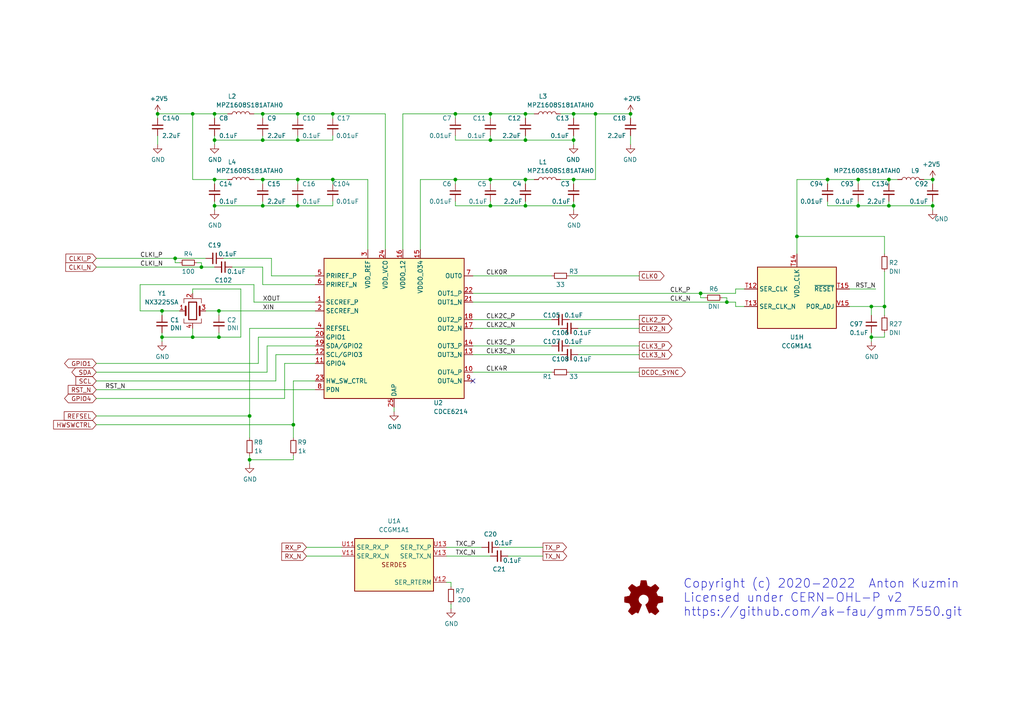
<source format=kicad_sch>
(kicad_sch (version 20211123) (generator eeschema)
  (paper "A4")
  (title_block (title "GateMate FPGA Module: GMM-7550") (date "2022-03-09") (rev "2.0"))
  (junction (at 152.4 33.02))
  (junction (at 142.24 52.07))
  (junction (at 240.03 52.07))
  (junction (at 96.52 52.07))
  (junction (at 86.36 52.07))
  (junction (at 45.72 33.02))
  (junction (at 166.37 52.07))
  (junction (at 76.2 33.02))
  (junction (at 152.4 52.07))
  (junction (at 252.73 97.79))
  (junction (at 63.5 90.17))
  (junction (at 182.88 33.02))
  (junction (at 62.23 40.64))
  (junction (at 152.4 40.64))
  (junction (at 62.23 52.07))
  (junction (at 166.37 59.69))
  (junction (at 86.36 59.69))
  (junction (at 96.52 33.02))
  (junction (at 166.37 33.02))
  (junction (at 76.2 59.69))
  (junction (at 62.23 59.69))
  (junction (at 72.39 120.65))
  (junction (at 46.99 97.79))
  (junction (at 166.37 40.64))
  (junction (at 248.92 52.07))
  (junction (at 210.82 87.63))
  (junction (at 72.39 133.35))
  (junction (at 248.92 59.69))
  (junction (at 55.88 97.79))
  (junction (at 132.08 33.02))
  (junction (at 142.24 33.02))
  (junction (at 231.14 68.58))
  (junction (at 256.54 88.9))
  (junction (at 142.24 59.69))
  (junction (at 76.2 52.07))
  (junction (at 152.4 59.69))
  (junction (at 62.23 33.02))
  (junction (at 203.2 85.09))
  (junction (at 257.81 59.69))
  (junction (at 86.36 40.64))
  (junction (at 270.51 59.69))
  (junction (at 252.73 88.9))
  (junction (at 55.88 33.02))
  (junction (at 132.08 52.07))
  (junction (at 76.2 40.64))
  (junction (at 63.5 97.79))
  (junction (at 50.8 74.93))
  (junction (at 58.42 77.47))
  (junction (at 270.51 52.07))
  (junction (at 257.81 52.07))
  (junction (at 142.24 40.64))
  (junction (at 46.99 90.17))
  (junction (at 86.36 33.02))
  (junction (at 85.09 123.19))
  (junction (at 172.72 33.02))
  (no_connect (at 137.16 110.49))
  (wire (pts (xy 77.47 107.95) (xy 77.47 100.33)))
  (wire (pts (xy 213.36 87.63) (xy 213.36 88.9)))
  (wire (pts (xy 74.93 105.41) (xy 74.93 97.79)))
  (wire (pts (xy 130.81 175.26) (xy 130.81 176.53)))
  (wire (pts (xy 152.4 52.07) (xy 154.94 52.07)))
  (wire (pts (xy 256.54 78.74) (xy 256.54 88.9)))
  (wire (pts (xy 27.94 107.95) (xy 77.47 107.95)))
  (wire (pts (xy 45.72 33.02) (xy 45.72 34.29)))
  (wire (pts (xy 152.4 52.07) (xy 152.4 53.34)))
  (wire (pts (xy 67.31 77.47) (xy 76.2 77.47)))
  (wire (pts (xy 248.92 59.69) (xy 257.81 59.69)))
  (wire (pts (xy 203.2 85.09) (xy 213.36 85.09)))
  (wire (pts (xy 172.72 33.02) (xy 182.88 33.02)))
  (wire (pts (xy 142.24 59.69) (xy 152.4 59.69)))
  (wire (pts (xy 257.81 59.69) (xy 270.51 59.69)))
  (wire (pts (xy 152.4 59.69) (xy 152.4 58.42)))
  (wire (pts (xy 50.8 74.93) (xy 50.8 76.2)))
  (wire (pts (xy 142.24 52.07) (xy 142.24 53.34)))
  (wire (pts (xy 76.2 33.02) (xy 76.2 34.29)))
  (wire (pts (xy 76.2 59.69) (xy 62.23 59.69)))
  (wire (pts (xy 111.76 33.02) (xy 111.76 72.39)))
  (wire (pts (xy 58.42 76.2) (xy 58.42 77.47)))
  (wire (pts (xy 166.37 52.07) (xy 172.72 52.07)))
  (wire (pts (xy 50.8 74.93) (xy 59.69 74.93)))
  (wire (pts (xy 45.72 33.02) (xy 55.88 33.02)))
  (wire (pts (xy 157.48 158.75) (xy 144.78 158.75)))
  (wire (pts (xy 46.99 91.44) (xy 46.99 90.17)))
  (wire (pts (xy 256.54 96.52) (xy 256.54 97.79)))
  (wire (pts (xy 27.94 105.41) (xy 74.93 105.41)))
  (wire (pts (xy 137.16 102.87) (xy 162.56 102.87)))
  (wire (pts (xy 77.47 100.33) (xy 91.44 100.33)))
  (wire (pts (xy 252.73 97.79) (xy 252.73 96.52)))
  (wire (pts (xy 166.37 39.37) (xy 166.37 40.64)))
  (wire (pts (xy 132.08 40.64) (xy 142.24 40.64)))
  (wire (pts (xy 165.1 92.71) (xy 185.42 92.71)))
  (wire (pts (xy 86.36 40.64) (xy 76.2 40.64)))
  (wire (pts (xy 166.37 33.02) (xy 162.56 33.02)))
  (wire (pts (xy 96.52 52.07) (xy 96.52 53.34)))
  (wire (pts (xy 62.23 34.29) (xy 62.23 33.02)))
  (wire (pts (xy 203.2 86.36) (xy 204.47 86.36)))
  (wire (pts (xy 73.66 87.63) (xy 91.44 87.63)))
  (wire (pts (xy 62.23 53.34) (xy 62.23 52.07)))
  (wire (pts (xy 142.24 33.02) (xy 142.24 34.29)))
  (wire (pts (xy 88.9 158.75) (xy 99.06 158.75)))
  (wire (pts (xy 209.55 86.36) (xy 210.82 86.36)))
  (wire (pts (xy 106.68 52.07) (xy 106.68 72.39)))
  (wire (pts (xy 256.54 68.58) (xy 231.14 68.58)))
  (wire (pts (xy 132.08 33.02) (xy 132.08 34.29)))
  (wire (pts (xy 129.54 158.75) (xy 139.7 158.75)))
  (wire (pts (xy 252.73 99.06) (xy 252.73 97.79)))
  (wire (pts (xy 256.54 73.66) (xy 256.54 68.58)))
  (wire (pts (xy 257.81 52.07) (xy 257.81 53.34)))
  (wire (pts (xy 152.4 40.64) (xy 166.37 40.64)))
  (wire (pts (xy 130.81 168.91) (xy 130.81 170.18)))
  (wire (pts (xy 166.37 41.91) (xy 166.37 40.64)))
  (wire (pts (xy 46.99 97.79) (xy 55.88 97.79)))
  (wire (pts (xy 142.24 52.07) (xy 152.4 52.07)))
  (wire (pts (xy 86.36 59.69) (xy 76.2 59.69)))
  (wire (pts (xy 240.03 58.42) (xy 240.03 59.69)))
  (wire (pts (xy 213.36 88.9) (xy 215.9 88.9)))
  (wire (pts (xy 78.74 74.93) (xy 78.74 80.01)))
  (wire (pts (xy 165.1 107.95) (xy 185.42 107.95)))
  (wire (pts (xy 213.36 85.09) (xy 213.36 83.82)))
  (wire (pts (xy 27.94 74.93) (xy 50.8 74.93)))
  (wire (pts (xy 73.66 33.02) (xy 76.2 33.02)))
  (wire (pts (xy 270.51 58.42) (xy 270.51 59.69)))
  (wire (pts (xy 72.39 133.35) (xy 85.09 133.35)))
  (wire (pts (xy 85.09 123.19) (xy 85.09 127)))
  (wire (pts (xy 132.08 58.42) (xy 132.08 59.69)))
  (wire (pts (xy 166.37 34.29) (xy 166.37 33.02)))
  (wire (pts (xy 73.66 82.55) (xy 73.66 87.63)))
  (wire (pts (xy 40.64 90.17) (xy 46.99 90.17)))
  (wire (pts (xy 55.88 33.02) (xy 55.88 52.07)))
  (wire (pts (xy 137.16 95.25) (xy 162.56 95.25)))
  (wire (pts (xy 72.39 132.08) (xy 72.39 133.35)))
  (wire (pts (xy 76.2 52.07) (xy 76.2 53.34)))
  (wire (pts (xy 64.77 74.93) (xy 78.74 74.93)))
  (wire (pts (xy 152.4 33.02) (xy 142.24 33.02)))
  (wire (pts (xy 76.2 52.07) (xy 86.36 52.07)))
  (wire (pts (xy 142.24 39.37) (xy 142.24 40.64)))
  (wire (pts (xy 76.2 33.02) (xy 86.36 33.02)))
  (wire (pts (xy 76.2 58.42) (xy 76.2 59.69)))
  (wire (pts (xy 63.5 90.17) (xy 91.44 90.17)))
  (wire (pts (xy 82.55 105.41) (xy 91.44 105.41)))
  (wire (pts (xy 74.93 97.79) (xy 91.44 97.79)))
  (wire (pts (xy 76.2 82.55) (xy 91.44 82.55)))
  (wire (pts (xy 210.82 87.63) (xy 210.82 86.36)))
  (wire (pts (xy 80.01 110.49) (xy 80.01 102.87)))
  (wire (pts (xy 27.94 120.65) (xy 72.39 120.65)))
  (wire (pts (xy 166.37 52.07) (xy 166.37 53.34)))
  (wire (pts (xy 142.24 33.02) (xy 132.08 33.02)))
  (wire (pts (xy 88.9 161.29) (xy 99.06 161.29)))
  (wire (pts (xy 270.51 52.07) (xy 270.51 53.34)))
  (wire (pts (xy 172.72 52.07) (xy 172.72 33.02)))
  (wire (pts (xy 248.92 58.42) (xy 248.92 59.69)))
  (wire (pts (xy 142.24 40.64) (xy 152.4 40.64)))
  (wire (pts (xy 257.81 52.07) (xy 248.92 52.07)))
  (wire (pts (xy 69.85 83.82) (xy 69.85 97.79)))
  (wire (pts (xy 45.72 41.91) (xy 45.72 39.37)))
  (wire (pts (xy 96.52 33.02) (xy 96.52 34.29)))
  (wire (pts (xy 55.88 83.82) (xy 69.85 83.82)))
  (wire (pts (xy 256.54 97.79) (xy 252.73 97.79)))
  (wire (pts (xy 27.94 113.03) (xy 91.44 113.03)))
  (wire (pts (xy 182.88 34.29) (xy 182.88 33.02)))
  (wire (pts (xy 96.52 40.64) (xy 86.36 40.64)))
  (wire (pts (xy 121.92 72.39) (xy 121.92 52.07)))
  (wire (pts (xy 252.73 88.9) (xy 256.54 88.9)))
  (wire (pts (xy 231.14 52.07) (xy 231.14 68.58)))
  (wire (pts (xy 257.81 58.42) (xy 257.81 59.69)))
  (wire (pts (xy 78.74 80.01) (xy 91.44 80.01)))
  (wire (pts (xy 260.35 52.07) (xy 257.81 52.07)))
  (wire (pts (xy 231.14 52.07) (xy 240.03 52.07)))
  (wire (pts (xy 240.03 52.07) (xy 240.03 53.34)))
  (wire (pts (xy 116.84 33.02) (xy 132.08 33.02)))
  (wire (pts (xy 165.1 100.33) (xy 185.42 100.33)))
  (wire (pts (xy 121.92 52.07) (xy 132.08 52.07)))
  (wire (pts (xy 55.88 97.79) (xy 63.5 97.79)))
  (wire (pts (xy 72.39 120.65) (xy 72.39 127)))
  (wire (pts (xy 182.88 41.91) (xy 182.88 39.37)))
  (wire (pts (xy 96.52 33.02) (xy 111.76 33.02)))
  (wire (pts (xy 46.99 97.79) (xy 46.99 99.06)))
  (wire (pts (xy 63.5 97.79) (xy 63.5 96.52)))
  (wire (pts (xy 40.64 82.55) (xy 73.66 82.55)))
  (wire (pts (xy 59.69 90.17) (xy 63.5 90.17)))
  (wire (pts (xy 85.09 110.49) (xy 91.44 110.49)))
  (wire (pts (xy 167.64 95.25) (xy 185.42 95.25)))
  (wire (pts (xy 62.23 40.64) (xy 62.23 41.91)))
  (wire (pts (xy 129.54 168.91) (xy 130.81 168.91)))
  (wire (pts (xy 50.8 76.2) (xy 52.07 76.2)))
  (wire (pts (xy 240.03 59.69) (xy 248.92 59.69)))
  (wire (pts (xy 55.88 85.09) (xy 55.88 83.82)))
  (wire (pts (xy 86.36 58.42) (xy 86.36 59.69)))
  (wire (pts (xy 203.2 85.09) (xy 203.2 86.36)))
  (wire (pts (xy 114.3 118.11) (xy 114.3 119.38)))
  (wire (pts (xy 96.52 58.42) (xy 96.52 59.69)))
  (wire (pts (xy 137.16 92.71) (xy 160.02 92.71)))
  (wire (pts (xy 46.99 96.52) (xy 46.99 97.79)))
  (wire (pts (xy 62.23 52.07) (xy 66.04 52.07)))
  (wire (pts (xy 27.94 110.49) (xy 80.01 110.49)))
  (wire (pts (xy 27.94 77.47) (xy 58.42 77.47)))
  (wire (pts (xy 248.92 52.07) (xy 240.03 52.07)))
  (wire (pts (xy 63.5 91.44) (xy 63.5 90.17)))
  (wire (pts (xy 132.08 52.07) (xy 132.08 53.34)))
  (wire (pts (xy 132.08 52.07) (xy 142.24 52.07)))
  (wire (pts (xy 55.88 33.02) (xy 62.23 33.02)))
  (wire (pts (xy 152.4 39.37) (xy 152.4 40.64)))
  (wire (pts (xy 85.09 110.49) (xy 85.09 123.19)))
  (wire (pts (xy 86.36 33.02) (xy 86.36 34.29)))
  (wire (pts (xy 72.39 95.25) (xy 91.44 95.25)))
  (wire (pts (xy 132.08 39.37) (xy 132.08 40.64)))
  (wire (pts (xy 27.94 115.57) (xy 82.55 115.57)))
  (wire (pts (xy 86.36 52.07) (xy 86.36 53.34)))
  (wire (pts (xy 86.36 59.69) (xy 96.52 59.69)))
  (wire (pts (xy 86.36 39.37) (xy 86.36 40.64)))
  (wire (pts (xy 96.52 52.07) (xy 106.68 52.07)))
  (wire (pts (xy 252.73 91.44) (xy 252.73 88.9)))
  (wire (pts (xy 137.16 80.01) (xy 160.02 80.01)))
  (wire (pts (xy 76.2 39.37) (xy 76.2 40.64)))
  (wire (pts (xy 231.14 68.58) (xy 231.14 73.66)))
  (wire (pts (xy 62.23 59.69) (xy 62.23 60.96)))
  (wire (pts (xy 154.94 33.02) (xy 152.4 33.02)))
  (wire (pts (xy 157.48 161.29) (xy 147.32 161.29)))
  (wire (pts (xy 72.39 134.62) (xy 72.39 133.35)))
  (wire (pts (xy 137.16 87.63) (xy 210.82 87.63)))
  (wire (pts (xy 256.54 91.44) (xy 256.54 88.9)))
  (wire (pts (xy 210.82 87.63) (xy 213.36 87.63)))
  (wire (pts (xy 27.94 123.19) (xy 85.09 123.19)))
  (wire (pts (xy 270.51 59.69) (xy 270.51 60.96)))
  (wire (pts (xy 76.2 40.64) (xy 62.23 40.64)))
  (wire (pts (xy 86.36 52.07) (xy 96.52 52.07)))
  (wire (pts (xy 137.16 85.09) (xy 203.2 85.09)))
  (wire (pts (xy 85.09 133.35) (xy 85.09 132.08)))
  (wire (pts (xy 62.23 39.37) (xy 62.23 40.64)))
  (wire (pts (xy 129.54 161.29) (xy 142.24 161.29)))
  (wire (pts (xy 267.97 52.07) (xy 270.51 52.07)))
  (wire (pts (xy 167.64 102.87) (xy 185.42 102.87)))
  (wire (pts (xy 246.38 83.82) (xy 254 83.82)))
  (wire (pts (xy 142.24 58.42) (xy 142.24 59.69)))
  (wire (pts (xy 73.66 52.07) (xy 76.2 52.07)))
  (wire (pts (xy 213.36 83.82) (xy 215.9 83.82)))
  (wire (pts (xy 152.4 33.02) (xy 152.4 34.29)))
  (wire (pts (xy 57.15 76.2) (xy 58.42 76.2)))
  (wire (pts (xy 248.92 52.07) (xy 248.92 53.34)))
  (wire (pts (xy 55.88 52.07) (xy 62.23 52.07)))
  (wire (pts (xy 132.08 59.69) (xy 142.24 59.69)))
  (wire (pts (xy 76.2 77.47) (xy 76.2 82.55)))
  (wire (pts (xy 246.38 88.9) (xy 252.73 88.9)))
  (wire (pts (xy 166.37 59.69) (xy 166.37 58.42)))
  (wire (pts (xy 40.64 90.17) (xy 40.64 82.55)))
  (wire (pts (xy 62.23 33.02) (xy 66.04 33.02)))
  (wire (pts (xy 80.01 102.87) (xy 91.44 102.87)))
  (wire (pts (xy 166.37 33.02) (xy 172.72 33.02)))
  (wire (pts (xy 166.37 59.69) (xy 166.37 60.96)))
  (wire (pts (xy 96.52 39.37) (xy 96.52 40.64)))
  (wire (pts (xy 58.42 77.47) (xy 62.23 77.47)))
  (wire (pts (xy 72.39 95.25) (xy 72.39 120.65)))
  (wire (pts (xy 137.16 107.95) (xy 160.02 107.95)))
  (wire (pts (xy 62.23 58.42) (xy 62.23 59.69)))
  (wire (pts (xy 152.4 59.69) (xy 166.37 59.69)))
  (wire (pts (xy 69.85 97.79) (xy 63.5 97.79)))
  (wire (pts (xy 86.36 33.02) (xy 96.52 33.02)))
  (wire (pts (xy 116.84 33.02) (xy 116.84 72.39)))
  (wire (pts (xy 52.07 90.17) (xy 46.99 90.17)))
  (wire (pts (xy 185.42 80.01) (xy 165.1 80.01)))
  (wire (pts (xy 137.16 100.33) (xy 160.02 100.33)))
  (wire (pts (xy 162.56 52.07) (xy 166.37 52.07)))
  (wire (pts (xy 82.55 115.57) (xy 82.55 105.41)))
  (wire (pts (xy 55.88 97.79) (xy 55.88 95.25)))
  (text "Copyright (c) 2020-2022  Anton Kuzmin\nLicensed under CERN-OHL-P v2\nhttps://github.com/ak-fau/gmm7550.git" (at 198.12 179.07 0) (effects (font (size 2.54 2.54)) (justify left bottom)))
  (label "CLK_P" (at 194.31 85.09 0))
  (label "TXC_P" (at 132.08 158.75 0))
  (label "CLK0R" (at 140.97 80.01 0))
  (label "RST_N" (at 254 83.82 180))
  (label "CLK4R" (at 140.97 107.95 0))
  (label "CLKI_P" (at 40.64 74.93 0))
  (label "CLKI_N" (at 40.64 77.47 0))
  (label "CLK3C_P" (at 140.97 100.33 0))
  (label "XOUT" (at 76.2 87.63 0))
  (label "TXC_N" (at 132.08 161.29 0))
  (label "CLK2C_N" (at 140.97 95.25 0))
  (label "CLK3C_N" (at 140.97 102.87 0))
  (label "XIN" (at 76.2 90.17 0))
  (label "CLK_N" (at 194.31 87.63 0))
  (label "CLK2C_P" (at 140.97 92.71 0))
  (label "RST_N" (at 30.48 113.03 0))
  (global_label "CLK2_N" (shape output) (at 185.42 95.25 0) (property "Intersheet References" "${INTERSHEET_REFS}" (effects hide)))
  (global_label "SDA" (shape bidirectional) (at 27.94 107.95 180) (property "Intersheet References" "${INTERSHEET_REFS}" (effects hide)))
  (global_label "RX_P" (shape input) (at 88.9 158.75 180) (property "Intersheet References" "${INTERSHEET_REFS}" (effects hide)))
  (global_label "CLK0" (shape output) (at 185.42 80.01 0) (property "Intersheet References" "${INTERSHEET_REFS}" (effects hide)))
  (global_label "TX_P" (shape output) (at 157.48 158.75 0) (property "Intersheet References" "${INTERSHEET_REFS}" (effects hide)))
  (global_label "CLK3_P" (shape output) (at 185.42 100.33 0) (property "Intersheet References" "${INTERSHEET_REFS}" (effects hide)))
  (global_label "CLK3_N" (shape output) (at 185.42 102.87 0) (property "Intersheet References" "${INTERSHEET_REFS}" (effects hide)))
  (global_label "CLK2_P" (shape output) (at 185.42 92.71 0) (property "Intersheet References" "${INTERSHEET_REFS}" (effects hide)))
  (global_label "CLKI_N" (shape input) (at 27.94 77.47 180) (property "Intersheet References" "${INTERSHEET_REFS}" (effects hide)))
  (global_label "SCL" (shape input) (at 27.94 110.49 180) (property "Intersheet References" "${INTERSHEET_REFS}" (effects hide)))
  (global_label "RST_N" (shape input) (at 27.94 113.03 180) (property "Intersheet References" "${INTERSHEET_REFS}" (effects hide)))
  (global_label "GPIO4" (shape bidirectional) (at 27.94 115.57 180) (property "Intersheet References" "${INTERSHEET_REFS}" (effects hide)))
  (global_label "CLKI_P" (shape input) (at 27.94 74.93 180) (property "Intersheet References" "${INTERSHEET_REFS}" (effects hide)))
  (global_label "TX_N" (shape output) (at 157.48 161.29 0) (property "Intersheet References" "${INTERSHEET_REFS}" (effects hide)))
  (global_label "REFSEL" (shape input) (at 27.94 120.65 180) (property "Intersheet References" "${INTERSHEET_REFS}" (effects hide)))
  (global_label "HWSWCTRL" (shape input) (at 27.94 123.19 180) (property "Intersheet References" "${INTERSHEET_REFS}" (effects hide)))
  (global_label "RX_N" (shape input) (at 88.9 161.29 180) (property "Intersheet References" "${INTERSHEET_REFS}" (effects hide)))
  (global_label "GPIO1" (shape bidirectional) (at 27.94 105.41 180) (property "Intersheet References" "${INTERSHEET_REFS}" (effects hide)))
  (global_label "DCDC_SYNC" (shape output) (at 185.42 107.95 0) (property "Intersheet References" "${INTERSHEET_REFS}" (effects hide)))
  (symbol (lib_id "Device:Crystal_GND24") (at 55.88 90.17 0) (unit 1)
    (property "Reference" "Y1" (at 45.72 85.09 0) (effects (justify left)))
    (property "Value" "NX3225SA" (at 41.91 87.63 0) (effects (justify left)))
    (property "Footprint" "Crystal:Crystal_SMD_3225-4Pin_3.2x2.5mm" (effects hide))
  )
  (symbol (lib_id "power:GND") (at 46.99 99.06 0) (unit 1)
    (property "Reference" "#PWR03" (effects hide))
    (property "Value" "GND" (at 47.117 103.4542 0))
  )
  (symbol (lib_id "Device:C_Small") (at 63.5 93.98 0) (unit 1)
    (property "Reference" "C2" (at 65.8368 92.8116 0) (effects (justify left)))
    (property "Value" "DNI" (at 65.8368 95.123 0) (effects (justify left)))
    (property "Footprint" "Capacitor_SMD:C_0402_1005Metric" (effects hide))
  )
  (symbol (lib_id "Device:C_Small") (at 46.99 93.98 0) (unit 1)
    (property "Reference" "C1" (at 49.3268 92.8116 0) (effects (justify left)))
    (property "Value" "DNI" (at 49.3268 95.123 0) (effects (justify left)))
    (property "Footprint" "Capacitor_SMD:C_0402_1005Metric" (effects hide))
  )
  (symbol (lib_id "Device:R_Small") (at 207.01 86.36 270) (unit 1)
    (property "Reference" "R6" (at 207.01 83.82 90))
    (property "Value" "DNI" (at 207.01 88.9 90))
    (property "Footprint" "Resistor_SMD:R_0402_1005Metric" (effects hide))
  )
  (symbol (lib_id "Device:R_Small") (at 162.56 80.01 270) (unit 1)
    (property "Reference" "R3" (at 166.37 78.74 90))
    (property "Value" "33" (at 162.56 82.55 90))
    (property "Footprint" "Resistor_SMD:R_0402_1005Metric" (effects hide))
  )
  (symbol (lib_id "Device:R_Small") (at 54.61 76.2 270) (unit 1)
    (property "Reference" "R4" (at 54.61 73.66 90))
    (property "Value" "100" (at 54.61 78.74 90))
    (property "Footprint" "Resistor_SMD:R_0402_1005Metric" (effects hide))
  )
  (symbol (lib_id "Device:R_Small") (at 130.81 172.72 180) (unit 1)
    (property "Reference" "R7" (at 133.35 171.45 0))
    (property "Value" "200" (at 134.62 173.99 0))
    (property "Footprint" "Resistor_SMD:R_0402_1005Metric" (effects hide))
  )
  (symbol (lib_id "power:GND") (at 130.81 176.53 0) (unit 1)
    (property "Reference" "#PWR0102" (effects hide))
    (property "Value" "GND" (at 130.937 180.9242 0))
  )
  (symbol (lib_id "Device:C_Small") (at 142.24 158.75 270) (unit 1)
    (property "Reference" "C20" (at 142.24 154.94 90))
    (property "Value" "0.1uF" (at 146.05 157.48 90))
    (property "Footprint" "Capacitor_SMD:C_0402_1005Metric" (effects hide))
  )
  (symbol (lib_id "Device:C_Small") (at 144.78 161.29 270) (unit 1)
    (property "Reference" "C21" (at 144.78 165.1 90))
    (property "Value" "0.1uF" (at 148.59 162.56 90))
    (property "Footprint" "Capacitor_SMD:C_0402_1005Metric" (effects hide))
  )
  (symbol (lib_id "power:GND") (at 114.3 119.38 0) (unit 1)
    (property "Reference" "#PWR0103" (effects hide))
    (property "Value" "GND" (at 114.427 123.7742 0))
  )
  (symbol (lib_id "Device:R_Small") (at 85.09 129.54 180) (unit 1)
    (property "Reference" "R9" (at 87.63 128.27 0))
    (property "Value" "1k" (at 87.63 130.81 0))
    (property "Footprint" "Resistor_SMD:R_0402_1005Metric" (effects hide))
  )
  (symbol (lib_id "Device:R_Small") (at 72.39 129.54 180) (unit 1)
    (property "Reference" "R8" (at 74.93 128.27 0))
    (property "Value" "1k" (at 74.93 130.81 0))
    (property "Footprint" "Resistor_SMD:R_0402_1005Metric" (effects hide))
  )
  (symbol (lib_id "power:GND") (at 72.39 134.62 0) (unit 1)
    (property "Reference" "#PWR0104" (effects hide))
    (property "Value" "GND" (at 72.517 139.0142 0))
  )
  (symbol (lib_id "Device:L") (at 69.85 52.07 90) (unit 1)
    (property "Reference" "L4" (at 67.31 46.99 90))
    (property "Value" "MPZ1608S181ATAH0" (at 72.39 49.53 90))
    (property "Footprint" "Inductor_SMD:L_0603_1608Metric" (effects hide))
  )
  (symbol (lib_id "Device:C_Small") (at 62.23 55.88 0) (unit 1)
    (property "Reference" "C14" (at 63.5 53.34 0) (effects (justify left)))
    (property "Value" "0.1uF" (at 63.5 58.42 0) (effects (justify left)))
    (property "Footprint" "Capacitor_SMD:C_0402_1005Metric" (effects hide))
  )
  (symbol (lib_id "Device:C_Small") (at 76.2 55.88 0) (unit 1)
    (property "Reference" "C15" (at 77.47 53.34 0) (effects (justify left)))
    (property "Value" "2.2uF" (at 77.47 58.42 0) (effects (justify left)))
    (property "Footprint" "Capacitor_SMD:C_0603_1608Metric" (effects hide))
  )
  (symbol (lib_id "Device:C_Small") (at 86.36 55.88 0) (unit 1)
    (property "Reference" "C16" (at 87.63 53.34 0) (effects (justify left)))
    (property "Value" "0.1uF" (at 87.63 58.42 0) (effects (justify left)))
    (property "Footprint" "Capacitor_SMD:C_0402_1005Metric" (effects hide))
  )
  (symbol (lib_id "power:GND") (at 62.23 60.96 0) (unit 1)
    (property "Reference" "#PWR0105" (effects hide))
    (property "Value" "GND" (at 62.357 65.3542 0))
  )
  (symbol (lib_id "Device:L") (at 69.85 33.02 90) (unit 1)
    (property "Reference" "L2" (at 67.31 27.94 90))
    (property "Value" "MPZ1608S181ATAH0" (at 72.39 30.48 90))
    (property "Footprint" "Inductor_SMD:L_0603_1608Metric" (effects hide))
  )
  (symbol (lib_id "Device:C_Small") (at 62.23 36.83 0) (unit 1)
    (property "Reference" "C8" (at 63.5 34.29 0) (effects (justify left)))
    (property "Value" "0.1uF" (at 63.5 39.37 0) (effects (justify left)))
    (property "Footprint" "Capacitor_SMD:C_0402_1005Metric" (effects hide))
  )
  (symbol (lib_id "Device:C_Small") (at 76.2 36.83 0) (unit 1)
    (property "Reference" "C9" (at 77.47 34.29 0) (effects (justify left)))
    (property "Value" "2.2uF" (at 77.47 39.37 0) (effects (justify left)))
    (property "Footprint" "Capacitor_SMD:C_0603_1608Metric" (effects hide))
  )
  (symbol (lib_id "Device:C_Small") (at 86.36 36.83 0) (unit 1)
    (property "Reference" "C10" (at 87.63 34.29 0) (effects (justify left)))
    (property "Value" "0.1uF" (at 87.63 39.37 0) (effects (justify left)))
    (property "Footprint" "Capacitor_SMD:C_0402_1005Metric" (effects hide))
  )
  (symbol (lib_id "power:GND") (at 62.23 41.91 0) (unit 1)
    (property "Reference" "#PWR0106" (effects hide))
    (property "Value" "GND" (at 62.357 46.3042 0))
  )
  (symbol (lib_id "Device:L") (at 158.75 52.07 90) (unit 1)
    (property "Reference" "L1" (at 157.48 46.99 90))
    (property "Value" "MPZ1608S181ATAH0" (at 162.56 49.53 90))
    (property "Footprint" "Inductor_SMD:L_0603_1608Metric" (effects hide))
  )
  (symbol (lib_id "Device:C_Small") (at 166.37 55.88 0) (unit 1)
    (property "Reference" "C3" (at 162.56 53.34 0) (effects (justify left)))
    (property "Value" "0.1uF" (at 160.02 58.42 0) (effects (justify left)))
    (property "Footprint" "Capacitor_SMD:C_0402_1005Metric" (effects hide))
  )
  (symbol (lib_id "Device:C_Small") (at 152.4 55.88 0) (unit 1)
    (property "Reference" "C4" (at 148.59 53.34 0) (effects (justify left)))
    (property "Value" "2.2uF" (at 146.05 58.42 0) (effects (justify left)))
    (property "Footprint" "Capacitor_SMD:C_0603_1608Metric" (effects hide))
  )
  (symbol (lib_id "Device:C_Small") (at 142.24 55.88 0) (unit 1)
    (property "Reference" "C5" (at 138.43 53.34 0) (effects (justify left)))
    (property "Value" "0.1uF" (at 135.89 58.42 0) (effects (justify left)))
    (property "Footprint" "Capacitor_SMD:C_0402_1005Metric" (effects hide))
  )
  (symbol (lib_id "power:GND") (at 166.37 60.96 0) (unit 1)
    (property "Reference" "#PWR0107" (effects hide))
    (property "Value" "GND" (at 166.497 65.3542 0))
  )
  (symbol (lib_id "Device:C_Small") (at 132.08 55.88 0) (unit 1)
    (property "Reference" "C6" (at 128.27 53.34 0) (effects (justify left)))
    (property "Value" "0.01uF" (at 124.46 58.42 0) (effects (justify left)))
    (property "Footprint" "Capacitor_SMD:C_0402_1005Metric" (effects hide))
  )
  (symbol (lib_id "Device:C_Small") (at 132.08 36.83 0) (unit 1)
    (property "Reference" "C7" (at 128.27 34.29 0) (effects (justify left)))
    (property "Value" "0.01uF" (at 124.46 39.37 0) (effects (justify left)))
    (property "Footprint" "Capacitor_SMD:C_0402_1005Metric" (effects hide))
  )
  (symbol (lib_id "Device:C_Small") (at 182.88 36.83 0) (mirror y) (unit 1)
    (property "Reference" "C18" (at 181.61 34.29 0) (effects (justify left)))
    (property "Value" "2.2uF" (at 181.61 39.37 0) (effects (justify left)))
    (property "Footprint" "Capacitor_SMD:C_0603_1608Metric" (effects hide))
  )
  (symbol (lib_id "Device:C_Small") (at 96.52 36.83 0) (mirror y) (unit 1)
    (property "Reference" "C17" (at 101.6 34.29 0) (effects (justify left)))
    (property "Value" "0.01uF" (at 104.14 39.37 0) (effects (justify left)))
    (property "Footprint" "Capacitor_SMD:C_0402_1005Metric" (effects hide))
  )
  (symbol (lib_id "Device:L") (at 158.75 33.02 270) (mirror x) (unit 1)
    (property "Reference" "L3" (at 157.48 27.94 90))
    (property "Value" "MPZ1608S181ATAH0" (at 162.56 30.48 90))
    (property "Footprint" "Inductor_SMD:L_0603_1608Metric" (effects hide))
  )
  (symbol (lib_id "Device:C_Small") (at 166.37 36.83 0) (mirror y) (unit 1)
    (property "Reference" "C13" (at 165.1 34.29 0) (effects (justify left)))
    (property "Value" "0.1uF" (at 165.1 39.37 0) (effects (justify left)))
    (property "Footprint" "Capacitor_SMD:C_0402_1005Metric" (effects hide))
  )
  (symbol (lib_id "Device:C_Small") (at 152.4 36.83 0) (mirror y) (unit 1)
    (property "Reference" "C12" (at 151.13 34.29 0) (effects (justify left)))
    (property "Value" "2.2uF" (at 151.13 39.37 0) (effects (justify left)))
    (property "Footprint" "Capacitor_SMD:C_0603_1608Metric" (effects hide))
  )
  (symbol (lib_id "Device:C_Small") (at 142.24 36.83 0) (mirror y) (unit 1)
    (property "Reference" "C11" (at 140.97 34.29 0) (effects (justify left)))
    (property "Value" "0.1uF" (at 140.97 39.37 0) (effects (justify left)))
    (property "Footprint" "Capacitor_SMD:C_0402_1005Metric" (effects hide))
  )
  (symbol (lib_id "power:GND") (at 182.88 41.91 0) (mirror y) (unit 1)
    (property "Reference" "#PWR0110" (effects hide))
    (property "Value" "GND" (at 182.753 46.3042 0))
  )
  (symbol (lib_id "power:+2V5") (at 182.88 33.02 0) (unit 1)
    (property "Reference" "#PWR0111" (effects hide))
    (property "Value" "+2V5" (at 183.261 28.6258 0))
  )
  (symbol (lib_id "Device:C_Small") (at 45.72 36.83 0) (unit 1)
    (property "Reference" "C140" (at 46.99 34.29 0) (effects (justify left)))
    (property "Value" "2.2uF" (at 46.99 39.37 0) (effects (justify left)))
    (property "Footprint" "Capacitor_SMD:C_0603_1608Metric" (effects hide))
  )
  (symbol (lib_id "power:+2V5") (at 45.72 33.02 0) (unit 1)
    (property "Reference" "#PWR039" (effects hide))
    (property "Value" "+2V5" (at 46.101 28.6258 0))
  )
  (symbol (lib_id "power:GND") (at 45.72 41.91 0) (unit 1)
    (property "Reference" "#PWR040" (effects hide))
    (property "Value" "GND" (at 45.847 46.3042 0))
  )
  (symbol (lib_id "Graphic:Logo_Open_Hardware_Small") (at 186.69 173.99 0) (unit 1)
    (property "Reference" "#LOGO3" (effects hide))
    (property "Value" "Logo_Open_Hardware_Small" (effects hide))
  )
  (symbol (lib_id "Device:C_Small") (at 62.23 74.93 270) (unit 1)
    (property "Reference" "C19" (at 62.23 71.12 90))
    (property "Value" "0.1uF" (at 66.04 73.66 90))
    (property "Footprint" "Capacitor_SMD:C_0402_1005Metric" (effects hide))
  )
  (symbol (lib_id "power:GND") (at 270.51 60.96 0) (mirror y) (unit 1)
    (property "Reference" "#PWR0109" (effects hide))
    (property "Value" "GND" (at 273.05 63.5 0))
  )
  (symbol (lib_id "Device:C_Small") (at 165.1 102.87 270) (unit 1)
    (property "Reference" "C108" (at 162.56 104.14 90))
    (property "Value" "0.1uF" (at 168.91 104.14 90))
    (property "Footprint" "Capacitor_SMD:C_0402_1005Metric" (effects hide))
  )
  (symbol (lib_id "Device:C_Small") (at 165.1 95.25 270) (unit 1)
    (property "Reference" "C107" (at 160.02 99.06 90))
    (property "Value" "0.1uF" (at 168.91 96.52 90))
    (property "Footprint" "Capacitor_SMD:C_0402_1005Metric" (effects hide))
  )
  (symbol (lib_id "gmm_v6:CDCE6214") (at 114.3 95.25 0) (unit 1)
    (property "Reference" "U2" (at 125.73 116.84 0) (effects (justify left)))
    (property "Value" "CDCE6214" (at 125.73 119.38 0) (effects (justify left)))
    (property "Footprint" "Package_DFN_QFN:Texas_RGE0024H_EP2.7x2.7mm_ThermalVias" (effects hide))
    (property "Datasheet" "https://www.ti.com/lit/gpn/cdce6214" (effects hide))
  )
  (symbol (lib_id "Device:R_Small") (at 256.54 93.98 0) (unit 1)
    (property "Reference" "R27" (at 257.81 93.98 0) (effects (justify left)))
    (property "Value" "DNI" (at 257.81 96.52 0) (effects (justify left)))
    (property "Footprint" "Resistor_SMD:R_0402_1005Metric" (effects hide))
  )
  (symbol (lib_id "Device:C_Small") (at 270.51 55.88 0) (mirror y) (unit 1)
    (property "Reference" "C92" (at 269.24 53.34 0) (effects (justify left)))
    (property "Value" "0.1uF" (at 269.24 58.42 0) (effects (justify left)))
    (property "Footprint" "Capacitor_SMD:C_0402_1005Metric" (effects hide))
  )
  (symbol (lib_id "power:GND") (at 166.37 41.91 0) (mirror y) (unit 1)
    (property "Reference" "#PWR0108" (effects hide))
    (property "Value" "GND" (at 166.243 46.3042 0))
  )
  (symbol (lib_id "Device:C_Small") (at 162.56 92.71 270) (unit 1)
    (property "Reference" "C105" (at 160.02 91.44 90))
    (property "Value" "0.1uF" (at 166.37 91.44 90))
    (property "Footprint" "Capacitor_SMD:C_0402_1005Metric" (effects hide))
  )
  (symbol (lib_id "Device:C_Small") (at 64.77 77.47 270) (unit 1)
    (property "Reference" "C102" (at 64.77 81.28 90))
    (property "Value" "0.1uF" (at 68.58 78.74 90))
    (property "Footprint" "Capacitor_SMD:C_0402_1005Metric" (effects hide))
  )
  (symbol (lib_id "Device:L") (at 264.16 52.07 90) (unit 1)
    (property "Reference" "L9" (at 265.43 49.53 90))
    (property "Value" "MPZ1608S181ATAH0" (at 251.46 49.53 90))
    (property "Footprint" "Inductor_SMD:L_0603_1608Metric" (effects hide))
  )
  (symbol (lib_id "Device:C_Small") (at 248.92 55.88 0) (mirror y) (unit 1)
    (property "Reference" "C93" (at 247.65 53.34 0) (effects (justify left)))
    (property "Value" "0.1uF" (at 247.65 58.42 0) (effects (justify left)))
    (property "Footprint" "Capacitor_SMD:C_0402_1005Metric" (effects hide))
  )
  (symbol (lib_id "FPGA_CologneChip_GateMate:CCGM1A1") (at 231.14 86.36 0) (unit 8)
    (property "Reference" "U1" (at 231.14 97.79 0))
    (property "Value" "CCGM1A1" (at 231.14 100.33 0))
    (property "Footprint" "Package_BGA:BGA-324_15.0x15.0mm_Layout18x18_P0.8mm_Ball0.45mm_Pad0.35mm_NSMD" (effects hide))
    (property "Datasheet" "https://colognechip.com/docs/ds1001-gatemate1-datasheet-2021-07.pdf" (effects hide))
  )
  (symbol (lib_id "Device:R_Small") (at 256.54 76.2 0) (unit 1)
    (property "Reference" "R2" (at 257.81 76.2 0) (effects (justify left)))
    (property "Value" "DNI" (at 257.81 78.74 0) (effects (justify left)))
    (property "Footprint" "Resistor_SMD:R_0402_1005Metric" (effects hide))
  )
  (symbol (lib_id "Device:R_Small") (at 162.56 107.95 270) (unit 1)
    (property "Reference" "R1" (at 158.75 109.22 90))
    (property "Value" "33" (at 166.37 109.22 90))
    (property "Footprint" "Resistor_SMD:R_0402_1005Metric" (effects hide))
  )
  (symbol (lib_id "Device:C_Small") (at 162.56 100.33 270) (unit 1)
    (property "Reference" "C106" (at 162.56 96.52 90))
    (property "Value" "0.1uF" (at 166.37 99.06 90))
    (property "Footprint" "Capacitor_SMD:C_0402_1005Metric" (effects hide))
  )
  (symbol (lib_id "Device:C_Small") (at 96.52 55.88 0) (mirror y) (unit 1)
    (property "Reference" "C104" (at 101.6 53.34 0) (effects (justify left)))
    (property "Value" "0.01uF" (at 104.14 58.42 0) (effects (justify left)))
    (property "Footprint" "Capacitor_SMD:C_0402_1005Metric" (effects hide))
  )
  (symbol (lib_id "FPGA_CologneChip_GateMate:CCGM1A1") (at 114.3 163.83 0) (unit 1)
    (property "Reference" "U1" (at 114.3 151.13 0))
    (property "Value" "CCGM1A1" (at 114.3 153.67 0))
    (property "Footprint" "Package_BGA:BGA-324_15.0x15.0mm_Layout18x18_P0.8mm_Ball0.45mm_Pad0.35mm_NSMD" (effects hide))
    (property "Datasheet" "https://colognechip.com/docs/ds1001-gatemate1-datasheet-2021-07.pdf" (effects hide))
  )
  (symbol (lib_id "Device:C_Small") (at 240.03 55.88 0) (mirror y) (unit 1)
    (property "Reference" "C94" (at 238.76 53.34 0) (effects (justify left)))
    (property "Value" "0.01uF" (at 238.76 58.42 0) (effects (justify left)))
    (property "Footprint" "Capacitor_SMD:C_0402_1005Metric" (effects hide))
  )
  (symbol (lib_id "Device:C_Small") (at 257.81 55.88 0) (unit 1)
    (property "Reference" "C134" (at 252.73 53.34 0) (effects (justify left)))
    (property "Value" "2.2uF" (at 251.46 58.42 0) (effects (justify left)))
    (property "Footprint" "Capacitor_SMD:C_0603_1608Metric" (effects hide))
  )
  (symbol (lib_id "Device:C_Small") (at 252.73 93.98 0) (unit 1)
    (property "Reference" "C97" (at 246.38 93.98 0) (effects (justify left)))
    (property "Value" "0.1uF" (at 246.38 96.52 0) (effects (justify left)))
    (property "Footprint" "Capacitor_SMD:C_0402_1005Metric" (effects hide))
  )
  (symbol (lib_id "power:+2V5") (at 270.51 52.07 0) (mirror y) (unit 1)
    (property "Reference" "#PWR0116" (effects hide))
    (property "Value" "+2V5" (at 270.129 47.6758 0))
  )
  (symbol (lib_id "power:GND") (at 252.73 99.06 0) (unit 1)
    (property "Reference" "#PWR0101" (effects hide))
    (property "Value" "GND" (at 252.857 103.4542 0))
  )
)
</source>
